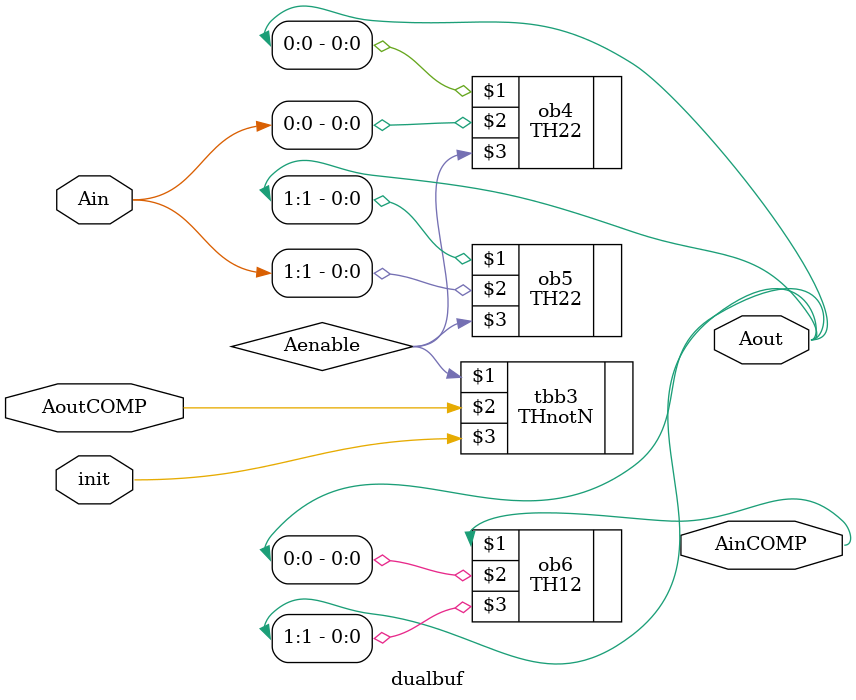
<source format=v>
`timescale 10ps / 1ps

module dualbuf(output [1:0] Aout, input AoutCOMP, input [1:0] Ain, output AinCOMP, input init);

// 2D array node
THnotN  tbb3(Aenable, AoutCOMP, init);
TH22  ob4 (Aout[0], Ain[0], Aenable);
TH22  ob5 (Aout[1], Ain[1], Aenable);
TH12  ob6 (AinCOMP, Aout[0], Aout[1]);

endmodule

</source>
